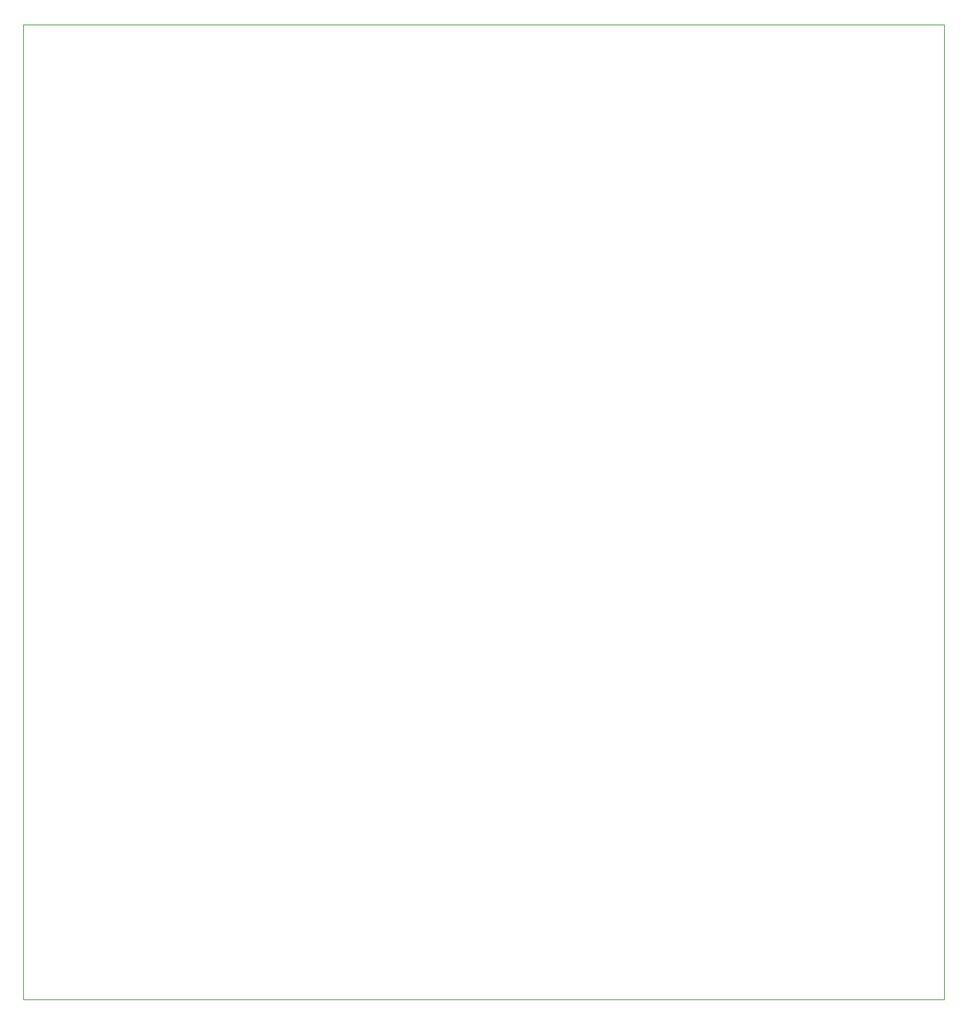
<source format=gbr>
G04 #@! TF.FileFunction,Profile,NP*
%FSLAX46Y46*%
G04 Gerber Fmt 4.6, Leading zero omitted, Abs format (unit mm)*
G04 Created by KiCad (PCBNEW 4.0.7-e2-6376~58~ubuntu16.04.1) date Wed Dec 20 13:06:43 2017*
%MOMM*%
%LPD*%
G01*
G04 APERTURE LIST*
%ADD10C,0.100000*%
G04 APERTURE END LIST*
D10*
X54229000Y-140716000D02*
X54229000Y-19812000D01*
X168529000Y-140716000D02*
X54229000Y-140716000D01*
X168529000Y-19812000D02*
X168529000Y-140716000D01*
X54229000Y-19812000D02*
X168529000Y-19812000D01*
M02*

</source>
